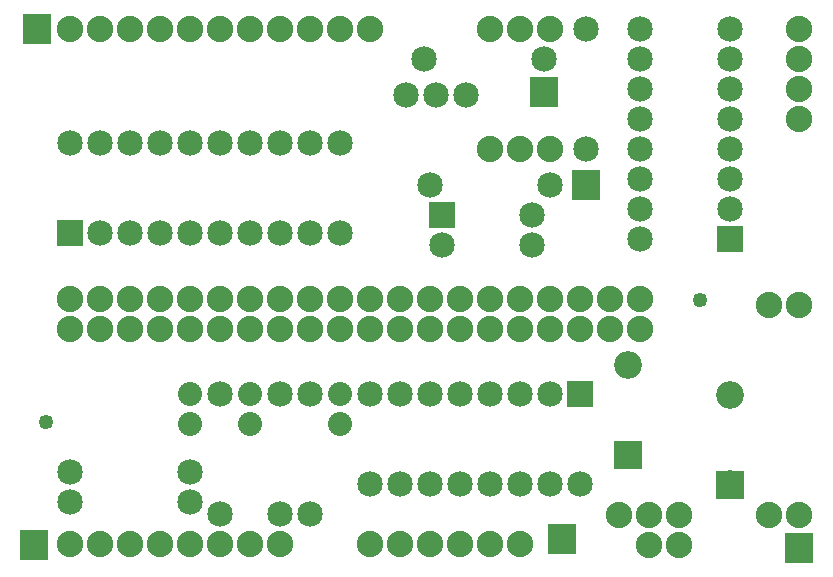
<source format=gts>
G04 MADE WITH FRITZING*
G04 WWW.FRITZING.ORG*
G04 DOUBLE SIDED*
G04 HOLES PLATED*
G04 CONTOUR ON CENTER OF CONTOUR VECTOR*
%ASAXBY*%
%FSLAX23Y23*%
%MOIN*%
%OFA0B0*%
%SFA1.0B1.0*%
%ADD10C,0.049370*%
%ADD11C,0.092000*%
%ADD12C,0.088000*%
%ADD13C,0.085000*%
%ADD14C,0.080000*%
%ADD15R,0.095619X0.103668*%
%ADD16R,0.092000X0.092000*%
%ADD17R,0.085000X0.085000*%
%LNMASK1*%
G90*
G70*
G54D10*
X115Y519D03*
X2294Y926D03*
G54D11*
X2395Y312D03*
X2395Y610D03*
G54D12*
X1595Y1431D03*
X1695Y1431D03*
X1795Y1431D03*
X1595Y1831D03*
X1695Y1831D03*
X1795Y1831D03*
X2125Y111D03*
X2225Y111D03*
X2525Y911D03*
X2625Y911D03*
X2625Y211D03*
X2525Y211D03*
X2225Y211D03*
X2125Y211D03*
X2025Y211D03*
X195Y1831D03*
X295Y1831D03*
X395Y1831D03*
X495Y1831D03*
X595Y1831D03*
X695Y1831D03*
X795Y1831D03*
X895Y1831D03*
X995Y1831D03*
X1095Y1831D03*
X1195Y1831D03*
X2625Y1631D03*
X2625Y1531D03*
X1695Y112D03*
X1595Y112D03*
X1395Y112D03*
X1495Y112D03*
X195Y931D03*
X295Y931D03*
X395Y931D03*
X495Y931D03*
X595Y931D03*
X695Y931D03*
X795Y931D03*
X895Y931D03*
X995Y931D03*
X1095Y931D03*
X1195Y931D03*
X1295Y931D03*
X1395Y931D03*
X1495Y931D03*
X1595Y931D03*
X1695Y931D03*
X1795Y931D03*
X1895Y931D03*
X1995Y931D03*
X2095Y931D03*
X195Y931D03*
X295Y931D03*
X395Y931D03*
X495Y931D03*
X595Y931D03*
X695Y931D03*
X795Y931D03*
X895Y931D03*
X995Y931D03*
X1095Y931D03*
X1195Y931D03*
X1295Y931D03*
X1395Y931D03*
X1495Y931D03*
X1595Y931D03*
X1695Y931D03*
X1795Y931D03*
X1895Y931D03*
X1995Y931D03*
X2095Y931D03*
X195Y831D03*
X295Y831D03*
X395Y831D03*
X495Y831D03*
X595Y831D03*
X695Y831D03*
X795Y831D03*
X895Y831D03*
X995Y831D03*
X1095Y831D03*
X1195Y831D03*
X1295Y831D03*
X1395Y831D03*
X1495Y831D03*
X1595Y831D03*
X1695Y831D03*
X1795Y831D03*
X1895Y831D03*
X1995Y831D03*
X2095Y831D03*
X195Y831D03*
X295Y831D03*
X395Y831D03*
X495Y831D03*
X595Y831D03*
X695Y831D03*
X795Y831D03*
X895Y831D03*
X995Y831D03*
X1095Y831D03*
X1195Y831D03*
X1295Y831D03*
X1395Y831D03*
X1495Y831D03*
X1595Y831D03*
X1695Y831D03*
X1795Y831D03*
X1895Y831D03*
X1995Y831D03*
X2095Y831D03*
G54D13*
X1515Y1611D03*
X1415Y1611D03*
X1315Y1611D03*
X1775Y1731D03*
X1375Y1731D03*
G54D12*
X1195Y112D03*
X1295Y112D03*
X2625Y1831D03*
X2625Y1731D03*
G54D13*
X995Y612D03*
X995Y212D03*
X195Y352D03*
X595Y352D03*
X195Y252D03*
X595Y252D03*
X895Y612D03*
X895Y212D03*
X695Y612D03*
X695Y212D03*
G54D14*
X1095Y512D03*
X1095Y612D03*
X595Y512D03*
X595Y612D03*
X795Y512D03*
X795Y612D03*
G54D13*
X2395Y1131D03*
X2095Y1131D03*
X2395Y1231D03*
X2095Y1231D03*
X2395Y1331D03*
X2095Y1331D03*
X2395Y1431D03*
X2095Y1431D03*
X2395Y1531D03*
X2095Y1531D03*
X2395Y1631D03*
X2095Y1631D03*
X2395Y1731D03*
X2095Y1731D03*
X2395Y1831D03*
X2095Y1831D03*
G54D11*
X2055Y411D03*
X2055Y709D03*
G54D13*
X1895Y612D03*
X1895Y312D03*
X1795Y612D03*
X1795Y312D03*
X1695Y612D03*
X1695Y312D03*
X1595Y612D03*
X1595Y312D03*
X1495Y612D03*
X1495Y312D03*
X1395Y612D03*
X1395Y312D03*
X1295Y612D03*
X1295Y312D03*
X1195Y612D03*
X1195Y312D03*
X195Y1151D03*
X195Y1451D03*
X295Y1151D03*
X295Y1451D03*
X395Y1151D03*
X395Y1451D03*
X495Y1151D03*
X495Y1451D03*
X595Y1151D03*
X595Y1451D03*
X695Y1151D03*
X695Y1451D03*
X795Y1151D03*
X795Y1451D03*
X895Y1151D03*
X895Y1451D03*
X995Y1151D03*
X995Y1451D03*
X1095Y1151D03*
X1095Y1451D03*
X1435Y1211D03*
X1735Y1211D03*
X1435Y1111D03*
X1735Y1111D03*
X1915Y1431D03*
X1915Y1831D03*
X1795Y1311D03*
X1395Y1311D03*
G54D12*
X195Y112D03*
X295Y112D03*
X395Y112D03*
X495Y112D03*
X595Y112D03*
X695Y112D03*
X795Y112D03*
X895Y112D03*
G54D15*
X1835Y131D03*
G54D16*
X2395Y311D03*
G54D15*
X2625Y101D03*
X75Y111D03*
X85Y1831D03*
X1775Y1621D03*
X1915Y1311D03*
G54D17*
X2395Y1131D03*
G54D16*
X2055Y410D03*
G54D17*
X1895Y612D03*
X195Y1151D03*
X1435Y1211D03*
G04 End of Mask1*
M02*
</source>
